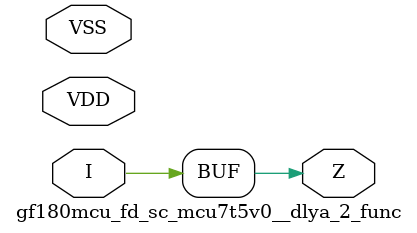
<source format=v>

module gf180mcu_fd_sc_mcu7t5v0__dlya_2_func( I, Z, VDD, VSS );
input I;
inout VDD, VSS;
output Z;

	buf MGM_BG_0( Z, I );

endmodule

</source>
